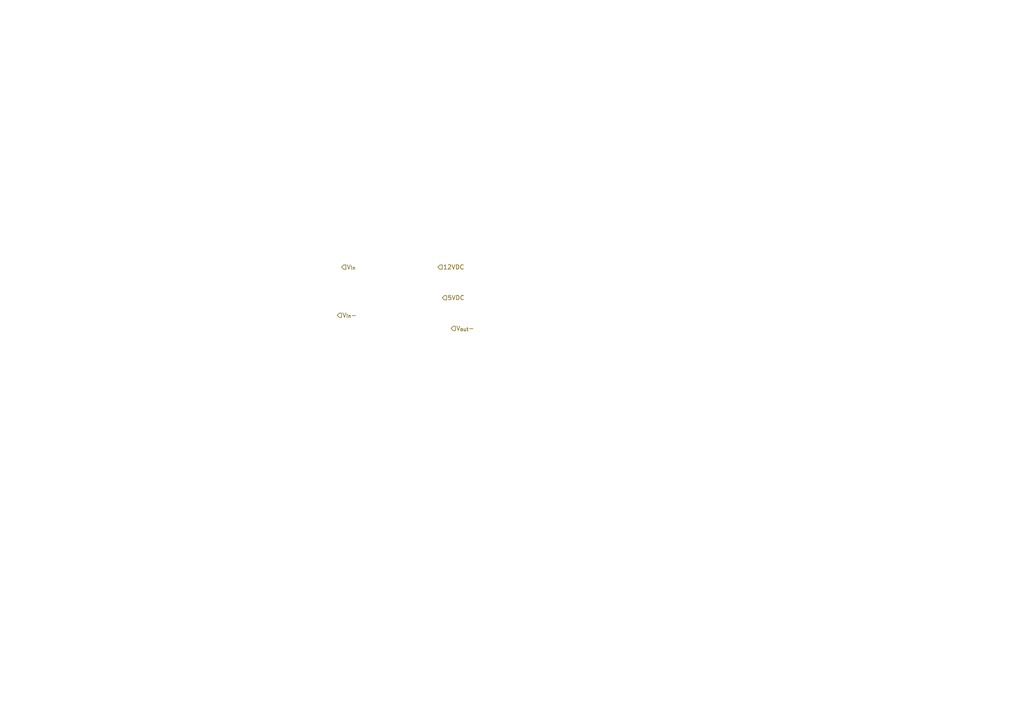
<source format=kicad_sch>
(kicad_sch (version 20210621) (generator eeschema)
  (paper "A4")
  (lib_symbols)
  (hierarchical_label "5VDC" (shape input) (at 128.27 86.36 0))
  (hierarchical_label "V_{in}" (shape input) (at 99.06 77.47 0))
  (hierarchical_label "V_{in}-" (shape input) (at 97.79 91.44 0))
  (hierarchical_label "12VDC" (shape input) (at 127 77.47 0))
  (hierarchical_label "V_{out}-" (shape input) (at 130.81 95.25 0))
)
</source>
